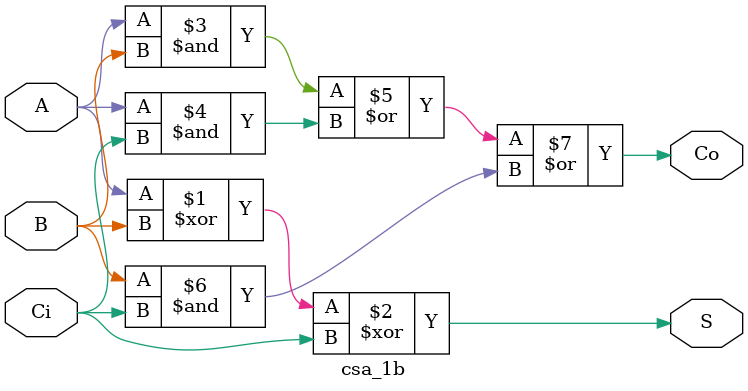
<source format=v>
module csa_1b(A, B, Ci, S, Co);
	input A, B, Ci;
	output S, Co;

	assign S = A ^ B ^ Ci;
	assign Co = (A & B) | (A & Ci) | (B & Ci);
endmodule

</source>
